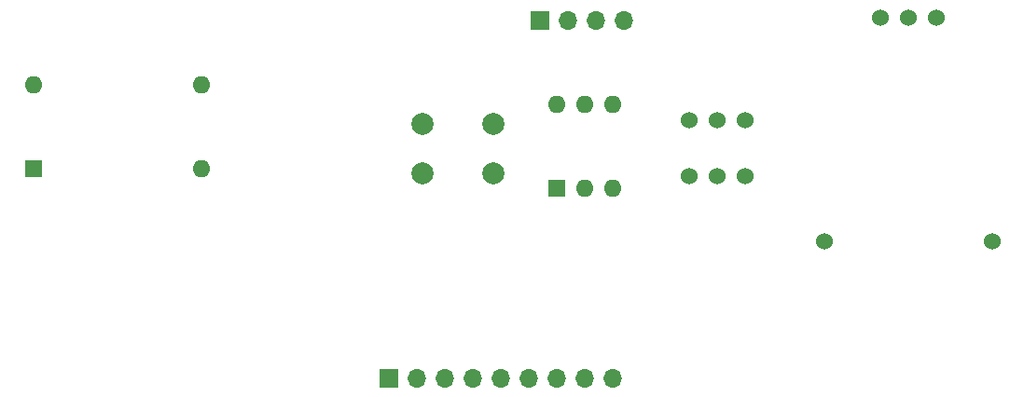
<source format=gbr>
%TF.GenerationSoftware,KiCad,Pcbnew,(5.1.10-1-10_14)*%
%TF.CreationDate,2021-11-14T12:00:46-05:00*%
%TF.ProjectId,clockv2,636c6f63-6b76-4322-9e6b-696361645f70,rev?*%
%TF.SameCoordinates,Original*%
%TF.FileFunction,Soldermask,Bot*%
%TF.FilePolarity,Negative*%
%FSLAX46Y46*%
G04 Gerber Fmt 4.6, Leading zero omitted, Abs format (unit mm)*
G04 Created by KiCad (PCBNEW (5.1.10-1-10_14)) date 2021-11-14 12:00:46*
%MOMM*%
%LPD*%
G01*
G04 APERTURE LIST*
%ADD10O,1.600000X1.600000*%
%ADD11R,1.600000X1.600000*%
%ADD12C,1.524000*%
%ADD13C,2.000000*%
%ADD14O,1.700000X1.700000*%
%ADD15R,1.700000X1.700000*%
G04 APERTURE END LIST*
D10*
%TO.C,SW3*%
X228854000Y-43688000D03*
X233934000Y-51308000D03*
X231394000Y-43688000D03*
X231394000Y-51308000D03*
X233934000Y-43688000D03*
D11*
X228854000Y-51308000D03*
%TD*%
D12*
%TO.C,SW2*%
X246000000Y-50264000D03*
X243460000Y-50264000D03*
X240920000Y-50264000D03*
X246000000Y-45184000D03*
X243460000Y-45184000D03*
X240920000Y-45184000D03*
%TD*%
D13*
%TO.C,SW1*%
X223162000Y-45466000D03*
X223162000Y-49966000D03*
X216662000Y-45466000D03*
X216662000Y-49966000D03*
%TD*%
D14*
%TO.C,J2*%
X233934000Y-68580000D03*
X231394000Y-68580000D03*
X228854000Y-68580000D03*
X226314000Y-68580000D03*
X223774000Y-68580000D03*
X221234000Y-68580000D03*
X218694000Y-68580000D03*
X216154000Y-68580000D03*
D15*
X213614000Y-68580000D03*
%TD*%
D14*
%TO.C,J1*%
X234950000Y-36068000D03*
X232410000Y-36068000D03*
X229870000Y-36068000D03*
D15*
X227330000Y-36068000D03*
%TD*%
D11*
%TO.C,U1*%
X181356000Y-49530000D03*
D10*
X196596000Y-41910000D03*
X196596000Y-49530000D03*
X181356000Y-41910000D03*
%TD*%
D12*
%TO.C,U7*%
X268384000Y-56132000D03*
X253144000Y-56132000D03*
X263304000Y-35812000D03*
X260764000Y-35812000D03*
X258224000Y-35812000D03*
%TD*%
M02*

</source>
